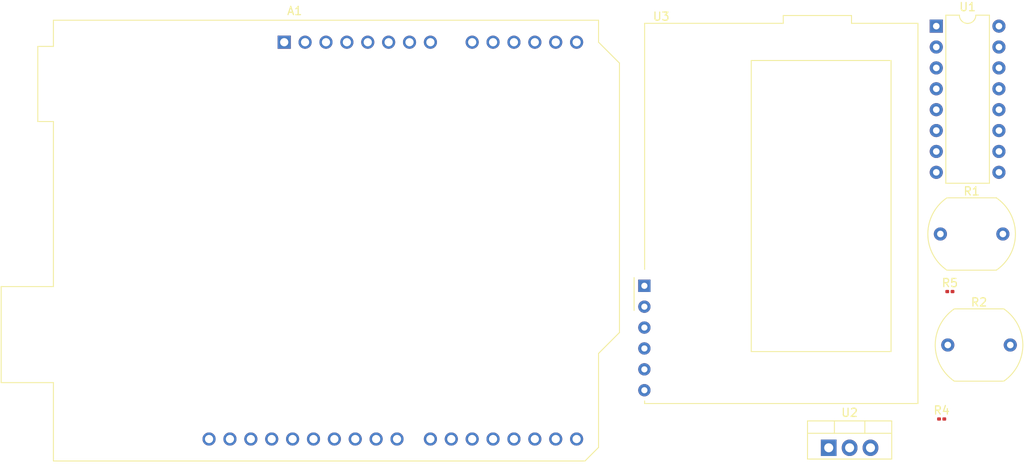
<source format=kicad_pcb>
(kicad_pcb (version 20240108) (generator "pcbnew") (generator_version "8.0")
  (layers (0 "F.Cu" signal) (31 "B.Cu" signal) (34 "B.Paste" user) (35 "F.Paste" user) (36 "B.SilkS" user "B.Silkscreen") (37 "F.SilkS" user "F.Silkscreen") (38 "B.Mask" user) (39 "F.Mask" user) (44 "Edge.Cuts" user))
  (net 0 "")
  (net 4 "Net-(A1-IOREF)")
  (net 6 "Net-(A1-A0)")
  (net 9 "Net-(U3-SDA)")
  (net 12 "Net-(U3-SCL)")
  (net 13 "Net-(A1-A1)")
  (net 14 "Net-(A1-D5)")
  (net 15 "Net-(A1-D13)")
  (net 16 "Net-(U3-VSS)")
  (net 17 "Net-(A1-D9)")
  (net 25 "Net-(A1-D11)")
  (net 26 "Net-(A1-+5V)")
  (net 28 "Net-(A1-D6)")
  (net 31 "Net-(A1-D10)")
  (net 32 "Net-(U1-GND-Pad4)")
  (net 33 "Net-(U1-VCC1)")
  (net 34 "Net-(M3-+)")
  (net 35 "Net-(M3--)")
  (net 36 "Net-(U2-GND)")
  (net 37 "Net-(U1-VCC2)")
  (net 38 "Net-(M1--)")
  (net 39 "Net-(M1-+)")
  (footprint "Resistor_SMD:R_0201_0603Metric" (layer "F.Cu") (at 128.655 66.5)
    (property "Reference" "R4" (at 0 -1.05 0) (layer "F.SilkS"))
    (property "Value" "10K")
    (pad "1" smd roundrect (at -0.32 0) (size 0.46 0.4) (layers "F.Cu" "F.Mask") (net 16 "Net-(U3-VSS)"))
    (pad "2" smd roundrect (at 0.32 0) (size 0.46 0.4) (layers "F.Cu" "F.Mask") (net 13 "Net-(A1-A1)"))
  )
  (footprint "Resistor_SMD:R_0201_0603Metric" (layer "F.Cu") (at 129.655 51)
    (property "Reference" "R5" (at 0 -1.05 0) (layer "F.SilkS"))
    (property "Value" "10k")
    (pad "1" smd roundrect (at -0.32 0) (size 0.46 0.4) (layers "F.Cu" "F.Mask") (net 16 "Net-(U3-VSS)"))
    (pad "2" smd roundrect (at 0.32 0) (size 0.46 0.4) (layers "F.Cu" "F.Mask") (net 6 "Net-(A1-A0)"))
  )
  (footprint "Display:EA_T123X-I2C" (layer "F.Cu") (at 92.5 50.3)
    (property "Reference" "U3" (at 2.05 -32.75 0) (layer "F.SilkS"))
    (property "Value" "EA_T123X-I2C")
    (fp_line (start -1.25 -1) (end -1.25 3) (stroke (width 0.12)) (layer "F.SilkS"))
    (fp_line (start 0.03 -31.92) (end 0.03 -2) (stroke (width 0.12)) (layer "F.SilkS"))
    (fp_line (start 0.03 -31.92) (end 16.89 -31.92) (stroke (width 0.12)) (layer "F.SilkS"))
    (fp_line (start 0.03 14.32) (end 0.03 14) (stroke (width 0.12)) (layer "F.SilkS"))
    (fp_line (start 13 -27.4) (end 30 -27.4) (stroke (width 0.12)) (layer "F.SilkS"))
    (fp_line (start 13 8) (end 13 -27.4) (stroke (width 0.12)) (layer "F.SilkS"))
    (fp_line (start 13 8) (end 30 8) (stroke (width 0.12)) (layer "F.SilkS"))
    (fp_line (start 16.89 -32.87) (end 16.89 -31.94) (stroke (width 0.12)) (layer "F.SilkS"))
    (fp_line (start 25.19 -32.87) (end 16.89 -32.87) (stroke (width 0.12)) (layer "F.SilkS"))
    (fp_line (start 25.19 -31.93) (end 25.19 -32.87) (stroke (width 0.12)) (layer "F.SilkS"))
    (fp_line (start 25.19 -31.92) (end 33.27 -31.92) (stroke (width 0.12)) (layer "F.SilkS"))
    (fp_line (start 30 -27.4) (end 30 8) (stroke (width 0.12)) (layer "F.SilkS"))
    (fp_line (start 33.27 -31.92) (end 33.27 14.32) (stroke (width 0.12)) (layer "F.SilkS"))
    (fp_line (start 33.27 14.32) (end 0.03 14.32) (stroke (width 0.12)) (layer "F.SilkS"))
    (pad "1" thru_hole rect (at 0 0) (size 1.5 1.5) (drill 0.75) (layers "*.Cu" "*.Mask") (net 16 "Net-(U3-VSS)"))
    (pad "2" thru_hole circle (at 0 2.54) (size 1.5 1.5) (drill 0.75) (layers "*.Cu" "*.Mask") (net 26 "Net-(A1-+5V)"))
    (pad "3" thru_hole circle (at 0 5.08) (size 1.5 1.5) (drill 0.75) (layers "*.Cu" "*.Mask"))
    (pad "4" thru_hole circle (at 0 7.62) (size 1.5 1.5) (drill 0.75) (layers "*.Cu" "*.Mask"))
    (pad "5" thru_hole circle (at 0 10.16) (size 1.5 1.5) (drill 0.75) (layers "*.Cu" "*.Mask") (net 9 "Net-(U3-SDA)"))
    (pad "6" thru_hole circle (at 0 12.7) (size 1.5 1.5) (drill 0.75) (layers "*.Cu" "*.Mask") (net 12 "Net-(U3-SCL)"))
  )
  (footprint "Module:Arduino_UNO_R3" (layer "F.Cu") (at 48.6975 20.675)
    (property "Reference" "A1" (at 1.27 -3.81 180) (layer "F.SilkS"))
    (property "Value" "Arduino_UNO_R3")
    (fp_line (start -34.42 29.72) (end -34.42 41.4) (stroke (width 0.12)) (layer "F.SilkS"))
    (fp_line (start -34.42 41.4) (end -28.07 41.4) (stroke (width 0.12)) (layer "F.SilkS"))
    (fp_line (start -29.97 0.51) (end -29.97 9.65) (stroke (width 0.12)) (layer "F.SilkS"))
    (fp_line (start -29.97 9.65) (end -28.07 9.65) (stroke (width 0.12)) (layer "F.SilkS"))
    (fp_line (start -28.07 -2.67) (end -28.07 0.51) (stroke (width 0.12)) (layer "F.SilkS"))
    (fp_line (start -28.07 0.51) (end -29.97 0.51) (stroke (width 0.12)) (layer "F.SilkS"))
    (fp_line (start -28.07 9.65) (end -28.07 29.72) (stroke (width 0.12)) (layer "F.SilkS"))
    (fp_line (start -28.07 29.72) (end -34.42 29.72) (stroke (width 0.12)) (layer "F.SilkS"))
    (fp_line (start -28.07 41.4) (end -28.07 50.93) (stroke (width 0.12)) (layer "F.SilkS"))
    (fp_line (start -28.07 50.93) (end 36.58 50.93) (stroke (width 0.12)) (layer "F.SilkS"))
    (fp_line (start 36.58 50.93) (end 38.23 49.28) (stroke (width 0.12)) (layer "F.SilkS"))
    (fp_line (start 38.23 -2.67) (end -28.07 -2.67) (stroke (width 0.12)) (layer "F.SilkS"))
    (fp_line (start 38.23 0) (end 38.23 -2.67) (stroke (width 0.12)) (layer "F.SilkS"))
    (fp_line (start 38.23 37.85) (end 40.77 35.31) (stroke (width 0.12)) (layer "F.SilkS"))
    (fp_line (start 38.23 49.28) (end 38.23 37.85) (stroke (width 0.12)) (layer "F.SilkS"))
    (fp_line (start 40.77 2.54) (end 38.23 0) (stroke (width 0.12)) (layer "F.SilkS"))
    (fp_line (start 40.77 35.31) (end 40.77 2.54) (stroke (width 0.12)) (layer "F.SilkS"))
    (pad "1" thru_hole rect (at 0 0 90) (size 1.6 1.6) (drill 1) (layers "*.Cu" "*.Mask"))
    (pad "2" thru_hole oval (at 2.54 0 90) (size 1.6 1.6) (drill 1) (layers "*.Cu" "*.Mask") (net 4 "Net-(A1-IOREF)"))
    (pad "3" thru_hole oval (at 5.08 0 90) (size 1.6 1.6) (drill 1) (layers "*.Cu" "*.Mask") (net 4 "Net-(A1-IOREF)"))
    (pad "4" thru_hole oval (at 7.62 0 90) (size 1.6 1.6) (drill 1) (layers "*.Cu" "*.Mask"))
    (pad "5" thru_hole oval (at 10.16 0 90) (size 1.6 1.6) (drill 1) (layers "*.Cu" "*.Mask") (net 26 "Net-(A1-+5V)"))
    (pad "6" thru_hole oval (at 12.7 0 90) (size 1.6 1.6) (drill 1) (layers "*.Cu" "*.Mask") (net 16 "Net-(U3-VSS)"))
    (pad "7" thru_hole oval (at 15.24 0 90) (size 1.6 1.6) (drill 1) (layers "*.Cu" "*.Mask"))
    (pad "8" thru_hole oval (at 17.78 0 90) (size 1.6 1.6) (drill 1) (layers "*.Cu" "*.Mask"))
    (pad "9" thru_hole oval (at 22.86 0 90) (size 1.6 1.6) (drill 1) (layers "*.Cu" "*.Mask") (net 6 "Net-(A1-A0)"))
    (pad "10" thru_hole oval (at 25.4 0 90) (size 1.6 1.6) (drill 1) (layers "*.Cu" "*.Mask") (net 13 "Net-(A1-A1)"))
    (pad "11" thru_hole oval (at 27.94 0 90) (size 1.6 1.6) (drill 1) (layers "*.Cu" "*.Mask"))
    (pad "12" thru_hole oval (at 30.48 0 90) (size 1.6 1.6) (drill 1) (layers "*.Cu" "*.Mask"))
    (pad "13" thru_hole oval (at 33.02 0 90) (size 1.6 1.6) (drill 1) (layers "*.Cu" "*.Mask") (net 9 "Net-(U3-SDA)"))
    (pad "14" thru_hole oval (at 35.56 0 90) (size 1.6 1.6) (drill 1) (layers "*.Cu" "*.Mask") (net 12 "Net-(U3-SCL)"))
    (pad "15" thru_hole oval (at 35.56 48.26 90) (size 1.6 1.6) (drill 1) (layers "*.Cu" "*.Mask"))
    (pad "16" thru_hole oval (at 33.02 48.26 90) (size 1.6 1.6) (drill 1) (layers "*.Cu" "*.Mask"))
    (pad "17" thru_hole oval (at 30.48 48.26 90) (size 1.6 1.6) (drill 1) (layers "*.Cu" "*.Mask"))
    (pad "18" thru_hole oval (at 27.94 48.26 90) (size 1.6 1.6) (drill 1) (layers "*.Cu" "*.Mask"))
    (pad "19" thru_hole oval (at 25.4 48.26 90) (size 1.6 1.6) (drill 1) (layers "*.Cu" "*.Mask"))
    (pad "20" thru_hole oval (at 22.86 48.26 90) (size 1.6 1.6) (drill 1) (layers "*.Cu" "*.Mask") (net 14 "Net-(A1-D5)"))
    (pad "21" thru_hole oval (at 20.32 48.26 90) (size 1.6 1.6) (drill 1) (layers "*.Cu" "*.Mask") (net 28 "Net-(A1-D6)"))
    (pad "22" thru_hole oval (at 17.78 48.26 90) (size 1.6 1.6) (drill 1) (layers "*.Cu" "*.Mask"))
    (pad "23" thru_hole oval (at 13.72 48.26 90) (size 1.6 1.6) (drill 1) (layers "*.Cu" "*.Mask"))
    (pad "24" thru_hole oval (at 11.18 48.26 90) (size 1.6 1.6) (drill 1) (layers "*.Cu" "*.Mask") (net 17 "Net-(A1-D9)"))
    (pad "25" thru_hole oval (at 8.64 48.26 90) (size 1.6 1.6) (drill 1) (layers "*.Cu" "*.Mask") (net 31 "Net-(A1-D10)"))
    (pad "26" thru_hole oval (at 6.1 48.26 90) (size 1.6 1.6) (drill 1) (layers "*.Cu" "*.Mask") (net 25 "Net-(A1-D11)"))
    (pad "27" thru_hole oval (at 3.56 48.26 90) (size 1.6 1.6) (drill 1) (layers "*.Cu" "*.Mask"))
    (pad "28" thru_hole oval (at 1.02 48.26 90) (size 1.6 1.6) (drill 1) (layers "*.Cu" "*.Mask") (net 15 "Net-(A1-D13)"))
    (pad "29" thru_hole oval (at -1.52 48.26 90) (size 1.6 1.6) (drill 1) (layers "*.Cu" "*.Mask"))
    (pad "30" thru_hole oval (at -4.06 48.26 90) (size 1.6 1.6) (drill 1) (layers "*.Cu" "*.Mask"))
    (pad "31" thru_hole oval (at -6.6 48.26 90) (size 1.6 1.6) (drill 1) (layers "*.Cu" "*.Mask"))
    (pad "32" thru_hole oval (at -9.14 48.26 90) (size 1.6 1.6) (drill 1) (layers "*.Cu" "*.Mask"))
  )
  (footprint "OptoDevice:R_LDR_10x8.5mm_P7.6mm_Vertical" (layer "F.Cu") (at 128.5 44)
    (property "Reference" "R1" (at 3.8 -5.2 0) (layer "F.SilkS"))
    (property "Value" "LDR03")
    (fp_line (start 0.8 -4.4) (end 6.8 -4.4) (stroke (width 0.12)) (layer "F.SilkS"))
    (fp_line (start 0.8 4.4) (end 6.8 4.4) (stroke (width 0.12)) (layer "F.SilkS"))
    (fp_arc (start 0.8 4.4) (mid -1.525374 0.019809) (end 0.76735 -4.37756) (stroke (width 0.12)) (layer "F.SilkS"))
    (fp_arc (start 6.8 -4.4) (mid 9.125374 -0.019809) (end 6.83265 4.37756) (stroke (width 0.12)) (layer "F.SilkS"))
    (pad "1" thru_hole circle (at 0 0) (size 1.6 1.6) (drill 0.8) (layers "*.Cu" "*.Mask") (net 6 "Net-(A1-A0)"))
    (pad "2" thru_hole circle (at 7.6 0) (size 1.6 1.6) (drill 0.8) (layers "*.Cu" "*.Mask") (net 26 "Net-(A1-+5V)"))
  )
  (footprint "Package_TO_SOT_THT:TO-220-3_Vertical" (layer "F.Cu") (at 114.92 70)
    (property "Reference" "U2" (at 2.54 -4.27 0) (layer "F.SilkS"))
    (property "Value" "LM7805_TO220")
    (fp_line (start -2.58 -3.27) (end -2.58 1.371) (stroke (width 0.12)) (layer "F.SilkS"))
    (fp_line (start -2.58 -3.27) (end 7.66 -3.27) (stroke (width 0.12)) (layer "F.SilkS"))
    (fp_line (start -2.58 -1.76) (end 7.66 -1.76) (stroke (width 0.12)) (layer "F.SilkS"))
    (fp_line (start -2.58 1.371) (end 7.66 1.371) (stroke (width 0.12)) (layer "F.SilkS"))
    (fp_line (start 0.69 -3.27) (end 0.69 -1.76) (stroke (width 0.12)) (layer "F.SilkS"))
    (fp_line (start 4.391 -3.27) (end 4.391 -1.76) (stroke (width 0.12)) (layer "F.SilkS"))
    (fp_line (start 7.66 -3.27) (end 7.66 1.371) (stroke (width 0.12)) (layer "F.SilkS"))
    (pad "1" thru_hole rect (at 0 0) (size 1.905 2) (drill 1.1) (layers "*.Cu" "*.Mask") (net 37 "Net-(U1-VCC2)"))
    (pad "2" thru_hole oval (at 2.54 0) (size 1.905 2) (drill 1.1) (layers "*.Cu" "*.Mask") (net 36 "Net-(U2-GND)"))
    (pad "3" thru_hole oval (at 5.08 0) (size 1.905 2) (drill 1.1) (layers "*.Cu" "*.Mask") (net 33 "Net-(U1-VCC1)"))
  )
  (footprint "Package_DIP:DIP-16_W7.62mm" (layer "F.Cu") (at 128 18.72)
    (property "Reference" "U1" (at 3.81 -2.33 0) (layer "F.SilkS"))
    (property "Value" "L293D")
    (fp_line (start 1.16 -1.33) (end 1.16 19.11) (stroke (width 0.12)) (layer "F.SilkS"))
    (fp_line (start 1.16 19.11) (end 6.46 19.11) (stroke (width 0.12)) (layer "F.SilkS"))
    (fp_line (start 2.81 -1.33) (end 1.16 -1.33) (stroke (width 0.12)) (layer "F.SilkS"))
    (fp_line (start 6.46 -1.33) (end 4.81 -1.33) (stroke (width 0.12)) (layer "F.SilkS"))
    (fp_line (start 6.46 19.11) (end 6.46 -1.33) (stroke (width 0.12)) (layer "F.SilkS"))
    (fp_arc (start 4.81 -1.33) (mid 3.81 -0.33) (end 2.81 -1.33) (stroke (width 0.12)) (layer "F.SilkS"))
    (pad "1" thru_hole rect (at 0 0) (size 1.6 1.6) (drill 0.8) (layers "*.Cu" "*.Mask") (net 14 "Net-(A1-D5)"))
    (pad "2" thru_hole oval (at 0 2.54) (size 1.6 1.6) (drill 0.8) (layers "*.Cu" "*.Mask") (net 17 "Net-(A1-D9)"))
    (pad "3" thru_hole oval (at 0 5.08) (size 1.6 1.6) (drill 0.8) (layers "*.Cu" "*.Mask") (net 39 "Net-(M1-+)"))
    (pad "4" thru_hole oval (at 0 7.62) (size 1.6 1.6) (drill 0.8) (layers "*.Cu" "*.Mask") (net 32 "Net-(U1-GND-Pad4)"))
    (pad "5" thru_hole oval (at 0 10.16) (size 1.6 1.6) (drill 0.8) (layers "*.Cu" "*.Mask") (net 32 "Net-(U1-GND-Pad4)"))
    (pad "6" thru_hole oval (at 0 12.7) (size 1.6 1.6) (drill 0.8) (layers "*.Cu" "*.Mask") (net 38 "Net-(M1--)"))
    (pad "7" thru_hole oval (at 0 15.24) (size 1.6 1.6) (drill 0.8) (layers "*.Cu" "*.Mask") (net 31 "Net-(A1-D10)"))
    (pad "8" thru_hole oval (at 0 17.78) (size 1.6 1.6) (drill 0.8) (layers "*.Cu" "*.Mask") (net 37 "Net-(U1-VCC2)"))
    (pad "9" thru_hole oval (at 7.62 17.78) (size 1.6 1.6) (drill 0.8) (layers "*.Cu" "*.Mask") (net 28 "Net-(A1-D6)"))
    (pad "10" thru_hole oval (at 7.62 15.24) (size 1.6 1.6) (drill 0.8) (layers "*.Cu" "*.Mask") (net 25 "Net-(A1-D11)"))
    (pad "11" thru_hole oval (at 7.62 12.7) (size 1.6 1.6) (drill 0.8) (layers "*.Cu" "*.Mask") (net 34 "Net-(M3-+)"))
    (pad "12" thru_hole oval (at 7.62 10.16) (size 1.6 1.6) (drill 0.8) (layers "*.Cu" "*.Mask") (net 36 "Net-(U2-GND)"))
    (pad "13" thru_hole oval (at 7.62 7.62) (size 1.6 1.6) (drill 0.8) (layers "*.Cu" "*.Mask") (net 36 "Net-(U2-GND)"))
    (pad "14" thru_hole oval (at 7.62 5.08) (size 1.6 1.6) (drill 0.8) (layers "*.Cu" "*.Mask") (net 35 "Net-(M3--)"))
    (pad "15" thru_hole oval (at 7.62 2.54) (size 1.6 1.6) (drill 0.8) (layers "*.Cu" "*.Mask") (net 15 "Net-(A1-D13)"))
    (pad "16" thru_hole oval (at 7.62 0) (size 1.6 1.6) (drill 0.8) (layers "*.Cu" "*.Mask") (net 33 "Net-(U1-VCC1)"))
  )
  (footprint "OptoDevice:R_LDR_10x8.5mm_P7.6mm_Vertical" (layer "F.Cu") (at 129.4 57.5)
    (property "Reference" "R2" (at 3.8 -5.2 0) (layer "F.SilkS"))
    (property "Value" "LDR03")
    (fp_line (start 0.8 -4.4) (end 6.8 -4.4) (stroke (width 0.12)) (layer "F.SilkS"))
    (fp_line (start 0.8 4.4) (end 6.8 4.4) (stroke (width 0.12)) (layer "F.SilkS"))
    (fp_arc (start 0.8 4.4) (mid -1.525374 0.019809) (end 0.76735 -4.37756) (stroke (width 0.12)) (layer "F.SilkS"))
    (fp_arc (start 6.8 -4.4) (mid 9.125374 -0.019809) (end 6.83265 4.37756) (stroke (width 0.12)) (layer "F.SilkS"))
    (pad "1" thru_hole circle (at 0 0) (size 1.6 1.6) (drill 0.8) (layers "*.Cu" "*.Mask") (net 13 "Net-(A1-A1)"))
    (pad "2" thru_hole circle (at 7.6 0) (size 1.6 1.6) (drill 0.8) (layers "*.Cu" "*.Mask") (net 26 "Net-(A1-+5V)"))
  )
)
</source>
